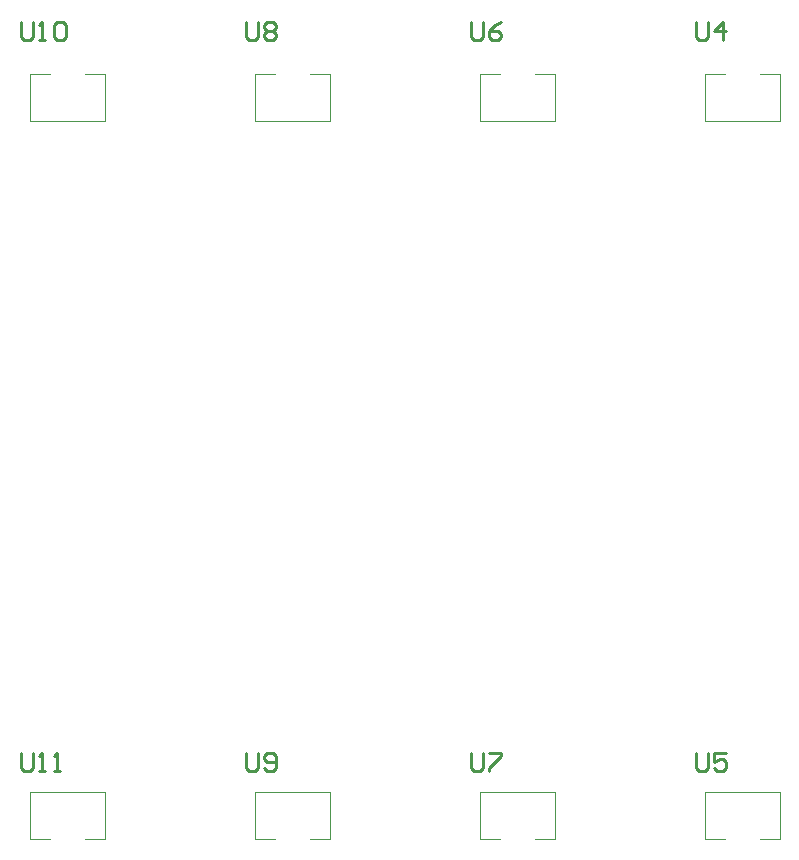
<source format=gto>
G04*
G04 #@! TF.GenerationSoftware,Altium Limited,Altium Designer,22.2.1 (43)*
G04*
G04 Layer_Color=65535*
%FSLAX25Y25*%
%MOIN*%
G70*
G04*
G04 #@! TF.SameCoordinates,2BD9F523-0FC0-4ADC-A514-1134C6E00D61*
G04*
G04*
G04 #@! TF.FilePolarity,Positive*
G04*
G01*
G75*
%ADD10C,0.00394*%
%ADD11C,0.01000*%
D10*
X70406Y-301000D02*
X77000D01*
Y-285449D01*
X52000D02*
X77000D01*
X52000Y-301000D02*
Y-285449D01*
Y-301000D02*
X58595D01*
X202000Y-46000D02*
X208594D01*
X202000Y-61551D02*
Y-46000D01*
Y-61551D02*
X227000D01*
Y-46000D01*
X220406D02*
X227000D01*
X52000D02*
X58595D01*
X52000Y-61551D02*
Y-46000D01*
Y-61551D02*
X77000D01*
Y-46000D01*
X70406D02*
X77000D01*
X277000Y-301000D02*
X283594D01*
X277000D02*
Y-285449D01*
X302000D01*
Y-301000D02*
Y-285449D01*
X295406Y-301000D02*
X302000D01*
X295406Y-46000D02*
X302000D01*
Y-61551D02*
Y-46000D01*
X277000Y-61551D02*
X302000D01*
X277000D02*
Y-46000D01*
X283594D01*
X202000Y-301000D02*
X208594D01*
X202000D02*
Y-285449D01*
X227000D01*
Y-301000D02*
Y-285449D01*
X220406Y-301000D02*
X227000D01*
X127000D02*
X133595D01*
X127000D02*
Y-285449D01*
X152000D01*
Y-301000D02*
Y-285449D01*
X145405Y-301000D02*
X152000D01*
X145405Y-46000D02*
X152000D01*
Y-61551D02*
Y-46000D01*
X127000Y-61551D02*
X152000D01*
X127000D02*
Y-46000D01*
X133595D01*
D11*
X48900Y-272302D02*
Y-277300D01*
X49900Y-278300D01*
X51899D01*
X52899Y-277300D01*
Y-272302D01*
X54898Y-278300D02*
X56897D01*
X55898D01*
Y-272302D01*
X54898Y-273302D01*
X59896Y-278300D02*
X61896D01*
X60896D01*
Y-272302D01*
X59896Y-273302D01*
X48900Y-28602D02*
Y-33600D01*
X49900Y-34600D01*
X51899D01*
X52899Y-33600D01*
Y-28602D01*
X54898Y-34600D02*
X56897D01*
X55898D01*
Y-28602D01*
X54898Y-29602D01*
X59896D02*
X60896Y-28602D01*
X62895D01*
X63895Y-29602D01*
Y-33600D01*
X62895Y-34600D01*
X60896D01*
X59896Y-33600D01*
Y-29602D01*
X123900Y-272302D02*
Y-277300D01*
X124900Y-278300D01*
X126899D01*
X127899Y-277300D01*
Y-272302D01*
X129898Y-277300D02*
X130898Y-278300D01*
X132897D01*
X133897Y-277300D01*
Y-273302D01*
X132897Y-272302D01*
X130898D01*
X129898Y-273302D01*
Y-274301D01*
X130898Y-275301D01*
X133897D01*
X123900Y-28602D02*
Y-33600D01*
X124900Y-34600D01*
X126899D01*
X127899Y-33600D01*
Y-28602D01*
X129898Y-29602D02*
X130898Y-28602D01*
X132897D01*
X133897Y-29602D01*
Y-30601D01*
X132897Y-31601D01*
X133897Y-32601D01*
Y-33600D01*
X132897Y-34600D01*
X130898D01*
X129898Y-33600D01*
Y-32601D01*
X130898Y-31601D01*
X129898Y-30601D01*
Y-29602D01*
X130898Y-31601D02*
X132897D01*
X198900Y-272302D02*
Y-277300D01*
X199900Y-278300D01*
X201899D01*
X202899Y-277300D01*
Y-272302D01*
X204898D02*
X208897D01*
Y-273302D01*
X204898Y-277300D01*
Y-278300D01*
X198900Y-28602D02*
Y-33600D01*
X199900Y-34600D01*
X201899D01*
X202899Y-33600D01*
Y-28602D01*
X208897D02*
X206897Y-29602D01*
X204898Y-31601D01*
Y-33600D01*
X205898Y-34600D01*
X207897D01*
X208897Y-33600D01*
Y-32601D01*
X207897Y-31601D01*
X204898D01*
X273900Y-272302D02*
Y-277300D01*
X274900Y-278300D01*
X276899D01*
X277899Y-277300D01*
Y-272302D01*
X283897D02*
X279898D01*
Y-275301D01*
X281897Y-274301D01*
X282897D01*
X283897Y-275301D01*
Y-277300D01*
X282897Y-278300D01*
X280898D01*
X279898Y-277300D01*
X273900Y-28602D02*
Y-33600D01*
X274900Y-34600D01*
X276899D01*
X277899Y-33600D01*
Y-28602D01*
X282897Y-34600D02*
Y-28602D01*
X279898Y-31601D01*
X283897D01*
M02*

</source>
